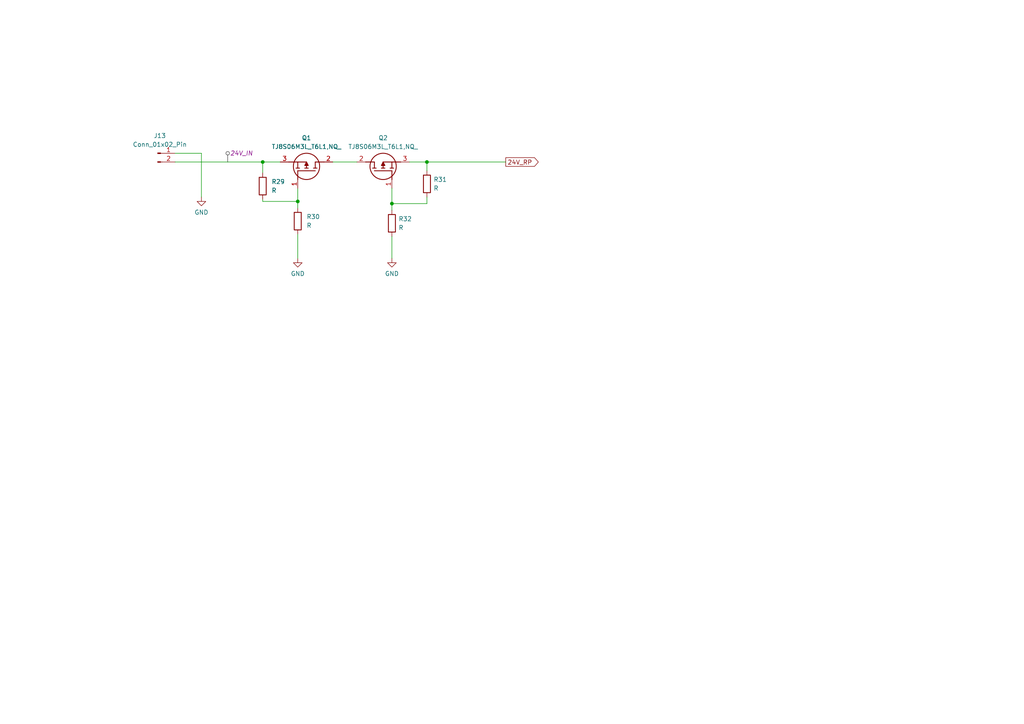
<source format=kicad_sch>
(kicad_sch (version 20231120) (generator "eeschema") (generator_version "8.0")
  (paper "A4")
  (lib_symbols
    (symbol "Connector:Conn_01x02_Pin" (pin_names (offset 1.016) hide)
      (property "Reference" "J" (at 0 2.54 0))
      (property "Value" "Conn_01x02_Pin" (at 0 -5.08 0))
      (symbol "Conn_01x02_Pin_1_1"
        (polyline (pts (xy 1.27 -2.54) (xy 0.8636 -2.54)) (stroke (width 0.1524)))
        (polyline (pts (xy 1.27 0) (xy 0.8636 0)) (stroke (width 0.1524)))
        (rectangle (start 0.8636 -2.413) (end 0 -2.667) (stroke (width 0.1524)) (fill (type outline)))
        (rectangle (start 0.8636 0.127) (end 0 -0.127) (stroke (width 0.1524)) (fill (type outline)))
        (pin passive line (at 5.08 0 180) (length 3.81) (name "Pin_1") (number "1"))
        (pin passive line (at 5.08 -2.54 180) (length 3.81) (name "Pin_2") (number "2"))
      )
    )
    (symbol "Device:R" (pin_numbers hide) (pin_names (offset 0))
      (property "Reference" "R" (at 2.032 0 90))
      (property "Value" "R" (at 0 0 90))
      (symbol "R_0_1"
        (rectangle (start -1.016 -2.54) (end 1.016 2.54) (stroke (width 0.254)))
      )
      (symbol "R_1_1"
        (pin passive line (at 0 3.81 270) (length 1.27) (name "~") (number "1"))
        (pin passive line (at 0 -3.81 90) (length 1.27) (name "~") (number "2"))
      )
    )
    (symbol "Mouser:TJ8S06M3L_T6L1,NQ_" (pin_names hide)
      (property "Reference" "Q" (at 11.43 3.81 0))
      (property "Value" "TJ8S06M3L_T6L1,NQ_" (at 11.43 1.27 0))
      (symbol "TJ8S06M3L_T6L1,NQ__1_1"
        (polyline (pts (xy 2.54 0) (xy 5.08 0)) (stroke (width 0.254)))
        (polyline (pts (xy 5.08 5.08) (xy 5.08 0)) (stroke (width 0.254)))
        (polyline (pts (xy 5.842 -0.508) (xy 5.842 0.508)) (stroke (width 0.254)))
        (polyline (pts (xy 5.842 0) (xy 7.62 0)) (stroke (width 0.254)))
        (polyline (pts (xy 5.842 2.032) (xy 5.842 3.048)) (stroke (width 0.254)))
        (polyline (pts (xy 5.842 5.588) (xy 5.842 4.572)) (stroke (width 0.254)))
        (polyline (pts (xy 7.62 2.54) (xy 5.842 2.54)) (stroke (width 0.254)))
        (polyline (pts (xy 7.62 2.54) (xy 7.62 -2.54)) (stroke (width 0.254)))
        (polyline (pts (xy 7.62 5.08) (xy 5.842 5.08)) (stroke (width 0.254)))
        (polyline (pts (xy 7.62 5.08) (xy 7.62 7.62)) (stroke (width 0.254)))
        (polyline (pts (xy 7.62 2.54) (xy 6.604 3.048) (xy 6.604 2.032) (xy 7.62 2.54)) (stroke (width 0.254)) (fill (type outline)))
        (circle (center 6.35 2.54) (radius 3.81) (stroke (width 0.254)))
        (pin passive line (at 0 0 0) (length 2.54) (name "G") (number "1"))
        (pin passive line (at 7.62 10.16 270) (length 2.54) (name "D") (number "2"))
        (pin passive line (at 7.62 -5.08 90) (length 2.54) (name "S") (number "3"))
      )
    )
    (symbol "power:GND" (power) (pin_names (offset 0))
      (property "Value" "GND" (at 0 -3.81 0))
      (symbol "GND_0_1"
        (polyline (pts (xy 0 0) (xy 0 -1.27) (xy 1.27 -1.27) (xy 0 -2.54) (xy -1.27 -1.27) (xy 0 -1.27)))
      )
      (symbol "GND_1_1"
        (pin power_in line (at 0 0 270) (length 0) hide (name "GND") (number "1"))
      )
    )
  )
  (junction (at 86.36 58.42))
  (junction (at 123.825 46.99))
  (junction (at 113.665 59.055))
  (junction (at 76.2 46.99))
  (wire (pts (xy 96.52 46.99) (xy 103.505 46.99)))
  (wire (pts (xy 76.2 57.785) (xy 76.2 58.42)))
  (wire (pts (xy 50.8 44.45) (xy 58.42 44.45)))
  (wire (pts (xy 123.825 49.53) (xy 123.825 46.99)))
  (wire (pts (xy 123.825 57.15) (xy 123.825 59.055)))
  (wire (pts (xy 113.665 74.93) (xy 113.665 68.58)))
  (wire (pts (xy 76.2 46.99) (xy 81.28 46.99)))
  (wire (pts (xy 146.685 46.99) (xy 123.825 46.99)))
  (wire (pts (xy 86.36 67.945) (xy 86.36 74.93)))
  (wire (pts (xy 76.2 46.99) (xy 76.2 50.165)))
  (wire (pts (xy 123.825 59.055) (xy 113.665 59.055)))
  (wire (pts (xy 86.36 58.42) (xy 86.36 54.61)))
  (wire (pts (xy 50.8 46.99) (xy 76.2 46.99)))
  (wire (pts (xy 76.2 58.42) (xy 86.36 58.42)))
  (wire (pts (xy 113.665 59.055) (xy 113.665 60.96)))
  (wire (pts (xy 86.36 58.42) (xy 86.36 60.325)))
  (wire (pts (xy 58.42 44.45) (xy 58.42 57.15)))
  (wire (pts (xy 113.665 54.61) (xy 113.665 59.055)))
  (wire (pts (xy 123.825 46.99) (xy 118.745 46.99)))
  (global_label "24V_RP" (shape output) (at 146.685 46.99 0) (property "Intersheetrefs" "${INTERSHEET_REFS}" (effects (hide yes))))
  (netclass_flag "" (length 2.54) (shape round) (at 66.04 46.99 0) (property "Netclass" "24V_IN" (at 66.7385 44.45 0) (effects (font (italic yes)) (justify left))))
  (symbol (lib_id "Device:R") (at 113.665 64.77 0) (unit 1)
    (property "Reference" "R32" (at 115.57 63.5 0) (effects (justify left)))
    (property "Value" "R" (at 115.57 66.04 0) (effects (justify left)))
    (property "Footprint" "Resistor_SMD:R_0603_1608Metric_Pad0.98x0.95mm_HandSolder" (effects (hide yes)))
  )
  (symbol (lib_id "Connector:Conn_01x02_Pin") (at 45.72 44.45 0) (unit 1)
    (property "Reference" "J13" (at 46.355 39.37 0))
    (property "Value" "Conn_01x02_Pin" (at 46.355 41.91 0))
    (property "Footprint" "Connector_AMASS:AMASS_XT30PW-M_1x02_P2.50mm_Horizontal" (effects (hide yes)))
    (property "Description" "Generic connector, single row, 01x02, script generated" (effects (hide yes)))
  )
  (symbol (lib_id "Device:R") (at 86.36 64.135 0) (unit 1)
    (property "Reference" "R30" (at 88.9 62.865 0) (effects (justify left)))
    (property "Value" "R" (at 88.9 65.405 0) (effects (justify left)))
    (property "Footprint" "Resistor_SMD:R_0603_1608Metric_Pad0.98x0.95mm_HandSolder" (effects (hide yes)))
  )
  (symbol (lib_id "power:GND") (at 86.36 74.93 0) (unit 1)
    (property "Reference" "#PWR042" (effects (hide yes)))
    (property "Value" "GND" (at 86.36 79.375 0))
  )
  (symbol (lib_id "Device:R") (at 76.2 53.975 0) (unit 1)
    (property "Reference" "R29" (at 78.74 52.705 0) (effects (justify left)))
    (property "Value" "R" (at 78.74 55.245 0) (effects (justify left)))
    (property "Footprint" "Resistor_SMD:R_0603_1608Metric_Pad0.98x0.95mm_HandSolder" (effects (hide yes)))
  )
  (symbol (lib_id "power:GND") (at 113.665 74.93 0) (unit 1)
    (property "Reference" "#PWR043" (effects (hide yes)))
    (property "Value" "GND" (at 113.665 79.375 0))
  )
  (symbol (lib_id "Mouser:TJ8S06M3L_T6L1,NQ_") (at 113.665 54.61 90) (unit 1)
    (property "Reference" "Q2" (at 111.125 40.005 90))
    (property "Value" "TJ8S06M3L_T6L1,NQ_" (at 111.125 42.545 90))
    (property "Footprint" "TJ8S06M3LT6L1NQ" (effects (hide yes)))
    (property "Datasheet" "http://toshiba.semicon-storage.com/info/docget.jsp?did=22588&prodName=TJ8S06M3L" (effects (hide yes)))
    (property "Height" "2" (effects (hide yes)))
    (property "Mouser Part Number" "757-TJ8S06M3LT6L1NQ" (effects (hide yes)))
    (property "Mouser Price/Stock" "https://www.mouser.co.uk/ProductDetail/Toshiba/TJ8S06M3LT6L1NQ?qs=QrGA9tEX17PEUG7KazRO1Q%3D%3D" (effects (hide yes)))
    (property "Manufacturer_Name" "Toshiba" (effects (hide yes)))
    (property "Manufacturer_Part_Number" "TJ8S06M3L(T6L1,NQ)" (effects (hide yes)))
  )
  (symbol (lib_id "power:GND") (at 58.42 57.15 0) (unit 1)
    (property "Reference" "#PWR041" (effects (hide yes)))
    (property "Value" "GND" (at 58.42 61.595 0))
  )
  (symbol (lib_id "Device:R") (at 123.825 53.34 0) (unit 1)
    (property "Reference" "R31" (at 125.73 52.07 0) (effects (justify left)))
    (property "Value" "R" (at 125.73 54.61 0) (effects (justify left)))
    (property "Footprint" "Resistor_SMD:R_0603_1608Metric_Pad0.98x0.95mm_HandSolder" (effects (hide yes)))
  )
  (symbol (lib_id "Mouser:TJ8S06M3L_T6L1,NQ_") (at 86.36 54.61 270) (mirror x) (unit 1)
    (property "Reference" "Q1" (at 88.9 40.005 90))
    (property "Value" "TJ8S06M3L_T6L1,NQ_" (at 88.9 42.545 90))
    (property "Footprint" "TJ8S06M3LT6L1NQ" (effects (hide yes)))
    (property "Datasheet" "http://toshiba.semicon-storage.com/info/docget.jsp?did=22588&prodName=TJ8S06M3L" (effects (hide yes)))
    (property "Height" "2" (effects (hide yes)))
    (property "Mouser Part Number" "757-TJ8S06M3LT6L1NQ" (effects (hide yes)))
    (property "Mouser Price/Stock" "https://www.mouser.co.uk/ProductDetail/Toshiba/TJ8S06M3LT6L1NQ?qs=QrGA9tEX17PEUG7KazRO1Q%3D%3D" (effects (hide yes)))
    (property "Manufacturer_Name" "Toshiba" (effects (hide yes)))
    (property "Manufacturer_Part_Number" "TJ8S06M3L(T6L1,NQ)" (effects (hide yes)))
  )
)
</source>
